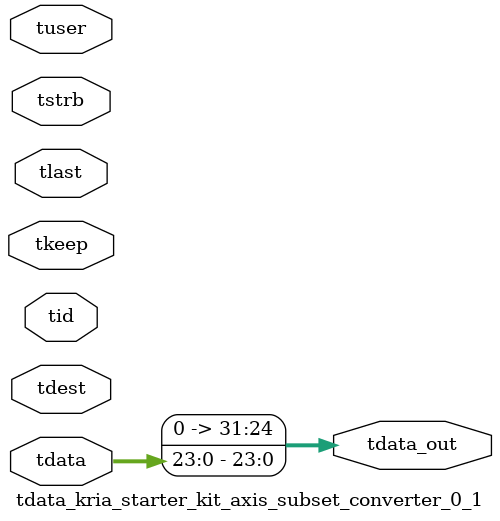
<source format=v>


`timescale 1ps/1ps

module tdata_kria_starter_kit_axis_subset_converter_0_1 #
(
parameter C_S_AXIS_TDATA_WIDTH = 32,
parameter C_S_AXIS_TUSER_WIDTH = 0,
parameter C_S_AXIS_TID_WIDTH   = 0,
parameter C_S_AXIS_TDEST_WIDTH = 0,
parameter C_M_AXIS_TDATA_WIDTH = 32
)
(
input  [(C_S_AXIS_TDATA_WIDTH == 0 ? 1 : C_S_AXIS_TDATA_WIDTH)-1:0     ] tdata,
input  [(C_S_AXIS_TUSER_WIDTH == 0 ? 1 : C_S_AXIS_TUSER_WIDTH)-1:0     ] tuser,
input  [(C_S_AXIS_TID_WIDTH   == 0 ? 1 : C_S_AXIS_TID_WIDTH)-1:0       ] tid,
input  [(C_S_AXIS_TDEST_WIDTH == 0 ? 1 : C_S_AXIS_TDEST_WIDTH)-1:0     ] tdest,
input  [(C_S_AXIS_TDATA_WIDTH/8)-1:0 ] tkeep,
input  [(C_S_AXIS_TDATA_WIDTH/8)-1:0 ] tstrb,
input                                                                    tlast,
output [C_M_AXIS_TDATA_WIDTH-1:0] tdata_out
);

assign tdata_out = {tdata[23:0]};

endmodule


</source>
